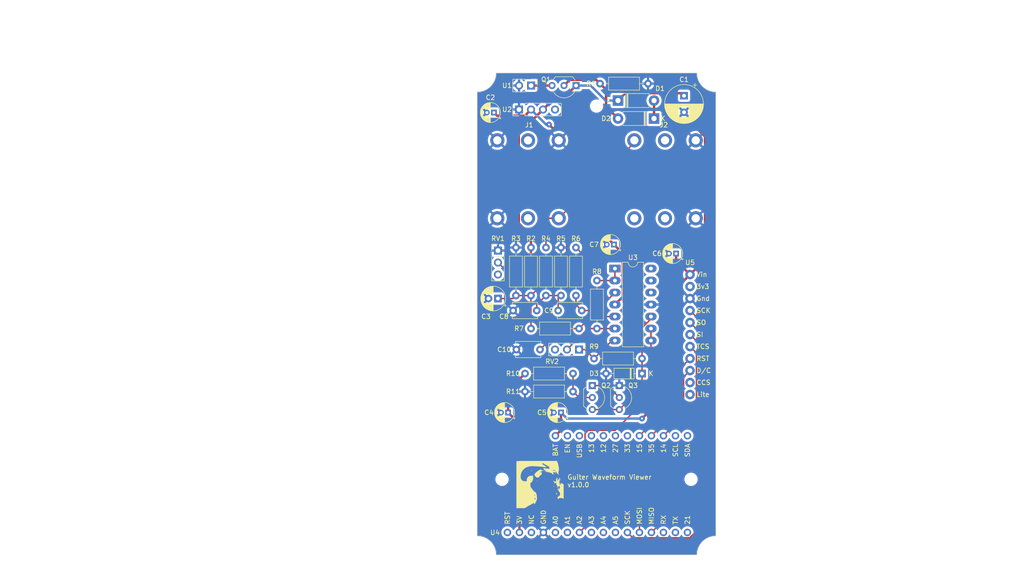
<source format=kicad_pcb>
(kicad_pcb (version 20221018) (generator pcbnew)
  (layers (0 "F.Cu" signal) (31 "B.Cu" power) (34 "B.Paste" user) (35 "F.Paste" user) (36 "B.SilkS" user "B.Silkscreen") (37 "F.SilkS" user "F.Silkscreen") (38 "B.Mask" user) (39 "F.Mask" user) (44 "Edge.Cuts" user))
  (net 0 "")
  (net 1 "+9V")
  (net 2 "GND")
  (net 3 "Vamp")
  (net 6 "Vgtr")
  (net 7 "Net-(D3-K)")
  (net 8 "Net-(D1-A)")
  (net 9 "+3.3V")
  (net 10 "Net-(D2-A)")
  (net 11 "Vadc")
  (net 14 "Net-(Q1-D)")
  (net 15 "Net-(Q2-E)")
  (net 16 "Net-(Q2-B)")
  (net 24 "SCK")
  (net 25 "MOSI")
  (net 26 "MISO")
  (net 32 "Net-(U4-14)")
  (net 33 "Net-(U4-32)")
  (net 34 "Net-(U4-15)")
  (net 45 "+5V")
  (net 46 "Vref")
  (net 47 "Net-(C8-Pad2)")
  (net 48 "Vbuf")
  (net 51 "Net-(U3A-+)")
  (net 52 "Net-(U3B-+)")
  (net 53 "Net-(U3B--)")
  (footprint "Capacitor_THT:CP_Radial_D4.0mm_P1.50mm" (layer "F.Cu") (at 165.735 102.87 180)
    (fp_text reference "C5" (at 4.04 0) (layer "F.SilkS") (effects (font (thickness 0.16))))
    (fp_text value "10u")
    (pad "1" thru_hole rect (at 0 0 180) (size 1.2 1.2) (drill 0.6) (layers "*.Cu" "*.Mask") (net 45 "+5V"))
    (pad "2" thru_hole circle (at 1.5 0 180) (size 1.2 1.2) (drill 0.6) (layers "*.Cu" "*.Mask") (net 2 "GND"))
  )
  (footprint "Package_DIP:DIP-14_W7.62mm_LongPads" (layer "F.Cu") (at 177.15 72.39)
    (fp_text reference "U3" (at 3.81 -2.33) (layer "F.SilkS") (effects (font (thickness 0.16))))
    (fp_text value "LM324")
    (pad "1" thru_hole rect (at 0 0) (size 2.4 1.6) (drill 0.8) (layers "*.Cu" "*.Mask") (net 48 "Vbuf"))
    (pad "2" thru_hole oval (at 0 2.54) (size 2.4 1.6) (drill 0.8) (layers "*.Cu" "*.Mask") (net 48 "Vbuf"))
    (pad "3" thru_hole oval (at 0 5.08) (size 2.4 1.6) (drill 0.8) (layers "*.Cu" "*.Mask") (net 51 "Net-(U3A-+)"))
    (pad "4" thru_hole oval (at 0 7.62) (size 2.4 1.6) (drill 0.8) (layers "*.Cu" "*.Mask") (net 1 "+9V"))
    (pad "5" thru_hole oval (at 0 10.16) (size 2.4 1.6) (drill 0.8) (layers "*.Cu" "*.Mask") (net 52 "Net-(U3B-+)"))
    (pad "6" thru_hole oval (at 0 12.7) (size 2.4 1.6) (drill 0.8) (layers "*.Cu" "*.Mask") (net 53 "Net-(U3B--)"))
    (pad "7" thru_hole oval (at 0 15.24) (size 2.4 1.6) (drill 0.8) (layers "*.Cu" "*.Mask") (net 3 "Vamp"))
    (pad "8" thru_hole oval (at 7.62 15.24) (size 2.4 1.6) (drill 0.8) (layers "*.Cu" "*.Mask") (net 11 "Vadc"))
    (pad "9" thru_hole oval (at 7.62 12.7) (size 2.4 1.6) (drill 0.8) (layers "*.Cu" "*.Mask") (net 11 "Vadc"))
    (pad "10" thru_hole oval (at 7.62 10.16) (size 2.4 1.6) (drill 0.8) (layers "*.Cu" "*.Mask") (net 7 "Net-(D3-K)"))
    (pad "11" thru_hole oval (at 7.62 7.62) (size 2.4 1.6) (drill 0.8) (layers "*.Cu" "*.Mask") (net 2 "GND"))
    (pad "12" thru_hole oval (at 7.62 5.08) (size 2.4 1.6) (drill 0.8) (layers "*.Cu" "*.Mask"))
    (pad "13" thru_hole oval (at 7.62 2.54) (size 2.4 1.6) (drill 0.8) (layers "*.Cu" "*.Mask"))
    (pad "14" thru_hole oval (at 7.62 0) (size 2.4 1.6) (drill 0.8) (layers "*.Cu" "*.Mask"))
  )
  (footprint "Capacitor_THT:C_Disc_D5.1mm_W3.2mm_P5.00mm" (layer "F.Cu") (at 155.6 81.28)
    (fp_text reference "C8" (at -1.945 1.27 180) (layer "F.SilkS") (effects (font (thickness 0.16))))
    (fp_text value "220p")
    (pad "1" thru_hole circle (at 0 0) (size 1.6 1.6) (drill 0.8) (layers "*.Cu" "*.Mask") (net 2 "GND"))
    (pad "2" thru_hole circle (at 5 0) (size 1.6 1.6) (drill 0.8) (layers "*.Cu" "*.Mask") (net 47 "Net-(C8-Pad2)"))
  )
  (footprint "MountingHole:MountingHole_2.2mm_M2" (layer "F.Cu") (at 173.25 38)
    (fp_text reference "H1" hide)
    (fp_text value "MountingHole" hide)
    (pad "" np_thru_hole circle (at 0 0) (size 2.2 2.2) (drill 2.2) (layers "*.Cu" "*.Mask"))
  )
  (footprint "Resistor_THT:R_Axial_DIN0207_L6.3mm_D2.5mm_P10.16mm_Horizontal" (layer "F.Cu") (at 173.34 85.09 90)
    (fp_text reference "R8" (at 12.065 0 180) (layer "F.SilkS") (effects (font (thickness 0.16))))
    (fp_text value "1k")
    (pad "1" thru_hole circle (at 0 0 90) (size 1.6 1.6) (drill 0.8) (layers "*.Cu" "*.Mask") (net 53 "Net-(U3B--)"))
    (pad "2" thru_hole oval (at 10.16 0 90) (size 1.6 1.6) (drill 0.8) (layers "*.Cu" "*.Mask") (net 48 "Vbuf"))
  )
  (footprint "Resistor_THT:R_Axial_DIN0207_L6.3mm_D2.5mm_P10.16mm_Horizontal" (layer "F.Cu") (at 158.115 94.615)
    (fp_text reference "R10" (at -2.54 0) (layer "F.SilkS") (effects (font (thickness 0.16))))
    (fp_text value "1k")
    (pad "1" thru_hole circle (at 0 0) (size 1.6 1.6) (drill 0.8) (layers "*.Cu" "*.Mask") (net 9 "+3.3V"))
    (pad "2" thru_hole oval (at 10.16 0) (size 1.6 1.6) (drill 0.8) (layers "*.Cu" "*.Mask") (net 16 "Net-(Q2-B)"))
  )
  (footprint "Diode_THT:D_DO-41_SOD81_P7.62mm_Horizontal" (layer "F.Cu") (at 177.8 36.83)
    (fp_text reference "D1" (at 8.89 -2.54) (layer "F.SilkS") (effects (font (thickness 0.16))))
    (fp_text value "1N4733" hide)
    (fp_text user "K" (at -1.905 0) (layer "F.SilkS") (effects (font (thickness 0.16))))
    (pad "1" thru_hole rect (at 0 0) (size 2.2 2.2) (drill 1.1) (layers "*.Cu" "*.Mask") (net 1 "+9V"))
    (pad "2" thru_hole oval (at 7.62 0) (size 2.2 2.2) (drill 1.1) (layers "*.Cu" "*.Mask") (net 8 "Net-(D1-A)"))
  )
  (footprint "Hunters Custom Footprint Library:My Guitar Jack" (layer "F.Cu") (at 181.25 45.25)
    (fp_text reference "J2" (at 6.25 -3.25 unlocked) (layer "F.SilkS") (effects (font (thickness 0.16))))
    (fp_text value "NMJ6HFD2")
    (pad "R" thru_hole circle (at 6.5 0) (size 3 3) (drill 1.75) (layers "*.Cu" "*.Mask"))
    (pad "RN" thru_hole circle (at 6.5 16.5) (size 3 3) (drill 1.75) (layers "*.Cu" "*.Mask"))
    (pad "S" thru_hole circle (at 13 0) (size 3 3) (drill 1.75) (layers "*.Cu" "*.Mask") (net 2 "GND"))
    (pad "SN" thru_hole circle (at 13 16.5) (size 3 3) (drill 1.75) (layers "*.Cu" "*.Mask") (net 2 "GND"))
    (pad "T" thru_hole circle (at 0 0) (size 3 3) (drill 1.75) (layers "*.Cu" "*.Mask") (net 6 "Vgtr"))
    (pad "TN" thru_hole circle (at 0 16.5) (size 3 3) (drill 1.75) (layers "*.Cu" "*.Mask"))
  )
  (footprint "Capacitor_THT:CP_Radial_D4.0mm_P1.50mm" (layer "F.Cu") (at 154.535 102.87 180)
    (fp_text reference "C4" (at 4.04 0) (layer "F.SilkS") (effects (font (thickness 0.16))))
    (fp_text value "10u")
    (pad "1" thru_hole rect (at 0 0 180) (size 1.2 1.2) (drill 0.6) (layers "*.Cu" "*.Mask") (net 9 "+3.3V"))
    (pad "2" thru_hole circle (at 1.5 0 180) (size 1.2 1.2) (drill 0.6) (layers "*.Cu" "*.Mask") (net 2 "GND"))
  )
  (footprint "Capacitor_THT:CP_Radial_D4.0mm_P1.50mm" (layer "F.Cu") (at 151.535 39.37 180)
    (fp_text reference "C2" (at 0.75 3.175) (layer "F.SilkS") (effects (font (thickness 0.16))))
    (fp_text value "10u")
    (pad "1" thru_hole rect (at 0 0 180) (size 1.2 1.2) (drill 0.6) (layers "*.Cu" "*.Mask") (net 45 "+5V"))
    (pad "2" thru_hole circle (at 1.5 0 180) (size 1.2 1.2) (drill 0.6) (layers "*.Cu" "*.Mask") (net 2 "GND"))
  )
  (footprint "Diode_THT:D_DO-41_SOD81_P7.62mm_Horizontal" (layer "F.Cu") (at 185.42 40.64 180)
    (fp_text reference "D2" (at 10.16 0) (layer "F.SilkS") (effects (font (thickness 0.16))))
    (fp_text value "1N4733" hide)
    (fp_text user "K" (at -1.905 0) (layer "F.SilkS") (effects (font (thickness 0.16))))
    (pad "1" thru_hole rect (at 0 0 180) (size 2.2 2.2) (drill 1.1) (layers "*.Cu" "*.Mask") (net 8 "Net-(D1-A)"))
    (pad "2" thru_hole oval (at 7.62 0 180) (size 2.2 2.2) (drill 1.1) (layers "*.Cu" "*.Mask") (net 10 "Net-(D2-A)"))
  )
  (footprint "Resistor_THT:R_Axial_DIN0207_L6.3mm_D2.5mm_P10.16mm_Horizontal" (layer "F.Cu") (at 165.72 78.105 90)
    (fp_text reference "R5" (at 12.065 0 180) (layer "F.SilkS") (effects (font (thickness 0.16))))
    (fp_text value "1M")
    (pad "1" thru_hole circle (at 0 0 90) (size 1.6 1.6) (drill 0.8) (layers "*.Cu" "*.Mask") (net 47 "Net-(C8-Pad2)"))
    (pad "2" thru_hole oval (at 10.16 0 90) (size 1.6 1.6) (drill 0.8) (layers "*.Cu" "*.Mask") (net 2 "GND"))
  )
  (footprint "Resistor_THT:R_Axial_DIN0207_L6.3mm_D2.5mm_P10.16mm_Horizontal" (layer "F.Cu") (at 173.99 33.25)
    (fp_text reference "R1" (at -1.905 0) (layer "F.SilkS") (effects (font (thickness 0.16))))
    (fp_text value "100k")
    (pad "1" thru_hole circle (at 0 0) (size 1.6 1.6) (drill 0.8) (layers "*.Cu" "*.Mask") (net 10 "Net-(D2-A)"))
    (pad "2" thru_hole oval (at 10.16 0) (size 1.6 1.6) (drill 0.8) (layers "*.Cu" "*.Mask") (net 2 "GND"))
  )
  (footprint "Resistor_THT:R_Axial_DIN0207_L6.3mm_D2.5mm_P10.16mm_Horizontal" (layer "F.Cu") (at 169.545 85.09 180)
    (fp_text reference "R7" (at 12.7 0) (layer "F.SilkS") (effects (font (thickness 0.16))))
    (fp_text value "1M")
    (pad "1" thru_hole circle (at 0 0 180) (size 1.6 1.6) (drill 0.8) (layers "*.Cu" "*.Mask") (net 52 "Net-(U3B-+)"))
    (pad "2" thru_hole oval (at 10.16 0 180) (size 1.6 1.6) (drill 0.8) (layers "*.Cu" "*.Mask") (net 46 "Vref"))
  )
  (footprint "Resistor_THT:R_Axial_DIN0207_L6.3mm_D2.5mm_P10.16mm_Horizontal" (layer "F.Cu") (at 168.895 67.945 -90)
    (fp_text reference "R6" (at -1.905 0 180) (layer "F.SilkS") (effects (font (thickness 0.16))))
    (fp_text value "1M")
    (pad "1" thru_hole circle (at 0 0 270) (size 1.6 1.6) (drill 0.8) (layers "*.Cu" "*.Mask") (net 46 "Vref"))
    (pad "2" thru_hole oval (at 10.16 0 270) (size 1.6 1.6) (drill 0.8) (layers "*.Cu" "*.Mask") (net 51 "Net-(U3A-+)"))
  )
  (footprint "Package_TO_SOT_THT:TO-92_Inline_Wide" (layer "F.Cu") (at 168.91 33.655 180)
    (fp_text reference "Q1" (at 6.35 1.27) (layer "F.SilkS") (effects (font (thickness 0.16))))
    (fp_text value "TP0604" hide)
    (pad "1" thru_hole rect (at 0 0 180) (size 1.5 1.5) (drill 0.8) (layers "*.Cu" "*.Mask") (net 1 "+9V"))
    (pad "2" thru_hole circle (at 2.54 0 180) (size 1.5 1.5) (drill 0.8) (layers "*.Cu" "*.Mask") (net 10 "Net-(D2-A)"))
    (pad "3" thru_hole circle (at 5.08 0 180) (size 1.5 1.5) (drill 0.8) (layers "*.Cu" "*.Mask") (net 14 "Net-(Q1-D)"))
  )
  (footprint "Capacitor_THT:CP_Radial_D8.0mm_P3.50mm" (layer "F.Cu") (at 191.77 35.812349 -90)
    (fp_text reference "C1" (at -3.427349 0) (layer "F.SilkS") (effects (font (thickness 0.16))))
    (fp_text value "470u")
    (pad "1" thru_hole rect (at 0 0 270) (size 1.6 1.6) (drill 0.8) (layers "*.Cu" "*.Mask") (net 1 "+9V"))
    (pad "2" thru_hole circle (at 3.5 0 270) (size 1.6 1.6) (drill 0.8) (layers "*.Cu" "*.Mask") (net 2 "GND"))
  )
  (footprint "Resistor_THT:R_Axial_DIN0207_L6.3mm_D2.5mm_P10.16mm_Horizontal" (layer "F.Cu") (at 162.545 78.105 90)
    (fp_text reference "R4" (at 12.065 0 180) (layer "F.SilkS") (effects (font (thickness 0.16))))
    (fp_text value "100R")
    (pad "1" thru_hole circle (at 0 0 90) (size 1.6 1.6) (drill 0.8) (layers "*.Cu" "*.Mask") (net 47 "Net-(C8-Pad2)"))
    (pad "2" thru_hole oval (at 10.16 0 90) (size 1.6 1.6) (drill 0.8) (layers "*.Cu" "*.Mask") (net 6 "Vgtr"))
  )
  (footprint "Hunters Custom Footprint Library:Adafruit_1.44_ST7735" (layer "F.Cu") (at 193.04 73.66)
    (fp_text reference "U5" (at 0 -2.54 unlocked) (layer "F.SilkS") (effects (font (thickness 0.16))))
    (fp_text value "Adafruit 1.44\" ST7735" hide)
    (fp_text user "SCK" (at 1.27 7.62 unlocked) (layer "F.SilkS") (effects (font (thickness 0.16)) (justify left)))
    (fp_text user "CCS" (at 1.27 22.86 unlocked) (layer "F.SilkS") (effects (font (thickness 0.16)) (justify left)))
    (fp_text user "Gnd" (at 1.27 5.08 unlocked) (layer "F.SilkS") (effects (font (thickness 0.16)) (justify left)))
    (fp_text user "3v3" (at 1.27 2.54 unlocked) (layer "F.SilkS") (effects (font (thickness 0.16)) (justify left)))
    (fp_text user "D/C" (at 1.27 20.32 unlocked) (layer "F.SilkS") (effects (font (thickness 0.16)) (justify left)))
    (fp_text user "TCS" (at 1.27 15.24 unlocked) (layer "F.SilkS") (effects (font (thickness 0.16)) (justify left)))
    (fp_text user "SI" (at 1.27 12.7 unlocked) (layer "F.SilkS") (effects (font (thickness 0.16)) (justify left)))
    (fp_text user "Vin" (at 1.27 0 unlocked) (layer "F.SilkS") (effects (font (thickness 0.16)) (justify left)))
    (fp_text user "RST" (at 1.27 17.78 unlocked) (layer "F.SilkS") (effects (font (thickness 0.16)) (justify left)))
    (fp_text user "SO" (at 1.27 10.16 unlocked) (layer "F.SilkS") (effects (font (thickness 0.16)) (justify left)))
    (fp_text user "Lite" (at 1.27 25.4 unlocked) (layer "F.SilkS") (effects (font (thickness 0.16)) (justify left)))
    (pad "1" thru_hole circle (at 0 0) (size 2 2) (drill 1) (layers "*.Cu" "*.Mask") (net 45 "+5V"))
    (pad "2" thru_hole circle (at 0 2.54) (size 2 2) (drill 1) (layers "*.Cu" "*.Mask"))
    (pad "3" thru_hole circle (at 0 5.08) (size 2 2) (drill 1) (layers "*.Cu" "*.Mask") (net 2 "GND"))
    (pad "4" thru_hole circle (at 0 7.62) (size 2 2) (drill 1) (layers "*.Cu" "*.Mask") (net 24 "SCK"))
    (pad "5" thru_hole circle (at 0 10.16) (size 2 2) (drill 1) (layers "*.Cu" "*.Mask") (net 26 "MISO"))
    (pad "6" thru_hole circle (at 0 12.7) (size 2 2) (drill 1) (layers "*.Cu" "*.Mask") (net 25 "MOSI"))
    (pad "7" thru_hole circle (at 0 15.24) (size 2 2) (drill 1) (layers "*.Cu" "*.Mask") (net 32 "Net-(U4-14)"))
    (pad "8" thru_hole circle (at 0 17.78) (size 2 2) (drill 1) (layers "*.Cu" "*.Mask") (net 34 "Net-(U4-15)"))
    (pad "9" thru_hole circle (at 0 20.32) (size 2 2) (drill 1) (layers "*.Cu" "*.Mask") (net 33 "Net-(U4-32)"))
    (pad "10" thru_hole circle (at 0 22.86) (size 2 2) (drill 1) (layers "*.Cu" "*.Mask"))
    (pad "11" thru_hole circle (at 0 25.4) (size 2 2) (drill 1) (layers "*.Cu" "*.Mask"))
  )
  (footprint "Capacitor_THT:CP_Radial_D5.0mm_P2.00mm" (layer "F.Cu") (at 152.385 78.74 180)
    (fp_text reference "C3" (at 2.525 -3.81) (layer "F.SilkS") (effects (font (thickness 0.16))))
    (fp_text value "47u")
    (pad "1" thru_hole rect (at 0 0 180) (size 1.6 1.6) (drill 0.8) (layers "*.Cu" "*.Mask") (net 46 "Vref"))
    (pad "2" thru_hole circle (at 2 0 180) (size 1.6 1.6) (drill 0.8) (layers "*.Cu" "*.Mask") (net 2 "GND"))
  )
  (footprint "MountingHole:MountingHole_2.2mm_M2" (layer "F.Cu") (at 193.25 117)
    (fp_text reference "H3" hide)
    (fp_text value "MountingHole" hide)
    (pad "" np_thru_hole circle (at 0 0) (size 2.2 2.2) (drill 2.2) (layers "*.Cu" "*.Mask"))
  )
  (footprint "Connector_PinHeader_2.54mm:PinHeader_1x03_P2.54mm_Vertical" (layer "F.Cu") (at 169.545 89.535 -90)
    (fp_text reference "RV2" (at 2.54 5.7 180) (layer "F.SilkS") (effects (font (thickness 0.16))))
    (fp_text value "10k")
    (pad "1" thru_hole rect (at 0 0 270) (size 1.7 1.7) (drill 1) (layers "*.Cu" "*.Mask") (net 3 "Vamp"))
    (pad "2" thru_hole oval (at 0 2.54 270) (size 1.7 1.7) (drill 1) (layers "*.Cu" "*.Mask") (net 53 "Net-(U3B--)"))
    (pad "3" thru_hole oval (at 0 5.08 270) (size 1.7 1.7) (drill 1) (layers "*.Cu" "*.Mask"))
  )
  (footprint "Package_TO_SOT_THT:TO-92_Inline_Wide" (layer "F.Cu") (at 172.36 97.155 -90)
    (fp_text reference "Q2" (at 0 -2.9 180) (layer "F.SilkS") (effects (font (thickness 0.16))))
    (fp_text value "2N3906")
    (pad "1" thru_hole rect (at 0 0 270) (size 1.5 1.5) (drill 0.8) (layers "*.Cu" "*.Mask") (net 15 "Net-(Q2-E)"))
    (pad "2" thru_hole circle (at 2.54 0 270) (size 1.5 1.5) (drill 0.8) (layers "*.Cu" "*.Mask") (net 16 "Net-(Q2-B)"))
    (pad "3" thru_hole circle (at 5.08 0 270) (size 1.5 1.5) (drill 0.8) (layers "*.Cu" "*.Mask") (net 7 "Net-(D3-K)"))
  )
  (footprint "Connector_PinHeader_2.54mm:PinHeader_1x04_P2.54mm_Vertical" (layer "F.Cu") (at 156.845 38.735 90)
    (fp_text reference "U2" (at 0 -2.54 180) (layer "F.SilkS") (effects (font (thickness 0.16))))
    (fp_text value "MPM3610" hide)
    (pad "1" thru_hole rect (at 0 0 90) (size 1.7 1.7) (drill 1) (layers "*.Cu" "*.Mask") (net 2 "GND"))
    (pad "2" thru_hole oval (at 0 2.54 90) (size 1.7 1.7) (drill 1) (layers "*.Cu" "*.Mask") (net 45 "+5V"))
    (pad "3" thru_hole oval (at 0 5.08 90) (size 1.7 1.7) (drill 1) (layers "*.Cu" "*.Mask") (net 1 "+9V"))
    (pad "4" thru_hole oval (at 0 7.62 90) (size 1.7 1.7) (drill 1) (layers "*.Cu" "*.Mask"))
  )
  (footprint "Resistor_THT:R_Axial_DIN0207_L6.3mm_D2.5mm_P10.16mm_Horizontal" (layer "F.Cu") (at 159.37 67.945 -90)
    (fp_text reference "R2" (at -1.905 0 180) (layer "F.SilkS") (effects (font (thickness 0.16))))
    (fp_text value "1k")
    (pad "1" thru_hole circle (at 0 0 270) (size 1.6 1.6) (drill 0.8) (layers "*.Cu" "*.Mask") (net 1 "+9V"))
    (pad "2" thru_hole oval (at 10.16 0 270) (size 1.6 1.6) (drill 0.8) (layers "*.Cu" "*.Mask") (net 46 "Vref"))
  )
  (footprint "Connector_PinHeader_2.54mm:PinHeader_1x02_P2.54mm_Vertical" (layer "F.Cu") (at 159.39 33.655 -90)
    (fp_text reference "U1" (at 0 5.08 180) (layer "F.SilkS") (effects (font (thickness 0.16))))
    (fp_text value "9V Jack" hide)
    (pad "1" thru_hole rect (at 0 0 270) (size 1.7 1.7) (drill 1) (layers "*.Cu" "*.Mask") (net 14 "Net-(Q1-D)"))
    (pad "2" thru_hole oval (at 0 2.54 270) (size 1.7 1.7) (drill 1) (layers "*.Cu" "*.Mask") (net 2 "GND"))
  )
  (footprint "Package_TO_SOT_THT:TO-92_Inline_Wide" (layer "F.Cu") (at 178.075 97.155 -90)
    (fp_text reference "Q3" (at 0 -2.9 180) (layer "F.SilkS") (effects (font (thickness 0.16))))
    (fp_text value "2N3904")
    (pad "1" thru_hole rect (at 0 0 270) (size 1.5 1.5) (drill 0.8) (layers "*.Cu" "*.Mask") (net 2 "GND"))
    (pad "2" thru_hole circle (at 2.54 0 270) (size 1.5 1.5) (drill 0.8) (layers "*.Cu" "*.Mask") (net 15 "Net-(Q2-E)"))
    (pad "3" thru_hole circle (at 5.08 0 270) (size 1.5 1.5) (drill 0.8) (layers "*.Cu" "*.Mask") (net 7 "Net-(D3-K)"))
  )
  (footprint "Diode_THT:D_DO-35_SOD27_P7.62mm_Horizontal" (layer "F.Cu") (at 182.88 94.615 180)
    (fp_text reference "D3" (at 10.16 0) (layer "F.SilkS") (effects (font (thickness 0.16))))
    (fp_text value "1N4148" hide)
    (fp_text user "K" (at -1.905 0) (layer "F.SilkS") (effects (font (thickness 0.16))))
    (pad "1" thru_hole rect (at 0 0 180) (size 1.6 1.6) (drill 0.8) (layers "*.Cu" "*.Mask") (net 7 "Net-(D3-K)"))
    (pad "2" thru_hole oval (at 7.62 0 180) (size 1.6 1.6) (drill 0.8) (layers "*.Cu" "*.Mask") (net 2 "GND"))
  )
  (footprint "Capacitor_THT:CP_Radial_D4.0mm_P1.50mm" (layer "F.Cu") (at 190.095 69.215 180)
    (fp_text reference "C6" (at 4.04 0 180) (layer "F.SilkS") (effects (font (thickness 0.16))))
    (fp_text value "10u")
    (pad "1" thru_hole rect (at 0 0 180) (size 1.2 1.2) (drill 0.6) (layers "*.Cu" "*.Mask") (net 45 "+5V"))
    (pad "2" thru_hole circle (at 1.5 0 180) (size 1.2 1.2) (drill 0.6) (layers "*.Cu" "*.Mask") (net 2 "GND"))
  )
  (footprint "Capacitor_THT:CP_Radial_D4.0mm_P1.50mm" (layer "F.Cu") (at 176.935 67.31 180)
    (fp_text reference "C7" (at 4.215 0) (layer "F.SilkS") (effects (font (thickness 0.16))))
    (fp_text value "10u")
    (pad "1" thru_hole rect (at 0 0 180) (size 1.2 1.2) (drill 0.6) (layers "*.Cu" "*.Mask") (net 1 "+9V"))
    (pad "2" thru_hole circle (at 1.5 0 180) (size 1.2 1.2) (drill 0.6) (layers "*.Cu" "*.Mask") (net 2 "GND"))
  )
  (footprint "MountingHole:MountingHole_2.2mm_M2" (layer "F.Cu") (at 153.25 117)
    (fp_text reference "H2" hide)
    (fp_text value "MountingHole" hide)
    (pad "" np_thru_hole circle (at 0 0) (size 2.2 2.2) (drill 2.2) (layers "*.Cu" "*.Mask"))
  )
  (footprint "Hunters Custom Footprint Library:Hunter Logo" (layer "F.Cu") (at 161.29 118.11)
    (fp_text reference "G***" hide)
    (fp_text value "LOGO" hide)
  )
  (footprint "Hunters Custom Footprint Library:Adafruit_Huzzah32" (layer "F.Cu") (at 148.055 129.44)
    (fp_text reference "U4" (at 3.71 -1.17 unlocked) (layer "F.SilkS") (effects (font (thickness 0.16))))
    (fp_text value "Huzzah32")
    (fp_text user "21" (at 44.45 -2.794 90 unlocked) (layer "F.SilkS") (effects (font (thickness 0.16)) (justify left)))
    (fp_text user "TX" (at 41.91 -2.794 90 unlocked) (layer "F.SilkS") (effects (font (thickness 0.16)) (justify left)))
    (fp_text user "A4" (at 26.67 -2.794 90 unlocked) (layer "F.SilkS") (effects (font (thickness 0.16)) (justify left)))
    (fp_text user "GND" (at 13.97 -2.794 90 unlocked) (layer "F.SilkS") (effects (font (thickness 0.16)) (justify left)))
    (fp_text user "13" (at 24.13 -20.066 90 unlocked) (layer "F.SilkS") (effects (font (thickness 0.16)) (justify right)))
    (fp_text user "USB" (at 21.59 -20.066 90 unlocked) (layer "F.SilkS") (effects (font (thickness 0.16)) (justify right)))
    (fp_text user "12" (at 26.67 -20.066 90 unlocked) (layer "F.SilkS") (effects (font (thickness 0.16)) (justify right)))
    (fp_text user "3V" (at 8.89 -2.794 90 unlocked) (layer "F.SilkS") (effects (font (thickness 0.16)) (justify left)))
    (fp_text user "A0" (at 16.51 -2.794 90 unlocked) (layer "F.SilkS") (effects (font (thickness 0.16)) (justify left)))
    (fp_text user "A3" (at 24.13 -2.794 90 unlocked) (layer "F.SilkS") (effects (font (thickness 0.16)) (justify left)))
    (fp_text user "SCK" (at 31.75 -2.794 90 unlocked) (layer "F.SilkS") (effects (font (thickness 0.16)) (justify left)))
    (fp_text user "NC" (at 11.43 -2.794 90 unlocked) (layer "F.SilkS") (effects (font (thickness 0.16)) (justify left)))
    (fp_text user "RX" (at 39.37 -2.794 90 unlocked) (layer "F.SilkS") (effects (font (thickness 0.16)) (justify left)))
    (fp_text user "MOSI" (at 34.29 -2.794 90 unlocked) (layer "F.SilkS") (effects (font (thickness 0.16)) (justify left)))
    (fp_text user "A5" (at 29.21 -2.794 90 unlocked) (layer "F.SilkS") (effects (font (thickness 0.16)) (justify left)))
    (fp_text user "15" (at 34.29 -20.066 90 unlocked) (layer "F.SilkS") (effects (font (thickness 0.16)) (justify right)))
    (fp_text user "A1" (at 19.05 -2.794 90 unlocked) (layer "F.SilkS") (effects (font (thickness 0.16)) (justify left)))
    (fp_text user "BAT" (at 16.51 -20.066 90 unlocked) (layer "F.SilkS") (effects (font (thickness 0.16)) (justify right)))
    (fp_text user "RST" (at 6.35 -2.794 90 unlocked) (layer "F.SilkS") (effects (font (thickness 0.16)) (justify left)))
    (fp_text user "A2" (at 21.59 -2.794 90 unlocked) (layer "F.SilkS") (effects (font (thickness 0.16)) (justify left)))
    (fp_text user "MISO" (at 36.83 -2.794 90 unlocked) (layer "F.SilkS") (effects (font (thickness 0.16)) (justify left)))
    (fp_text user "SDA" (at 44.45 -20.066 90 unlocked) (layer "F.SilkS") (effects (font (thickness 0.16)) (justify right)))
    (fp_text user "14" (at 39.37 -20.066 90 unlocked) (layer "F.SilkS") (effects (font (thickness 0.16)) (justify right)))
    (fp_text user "EN" (at 19.05 -20.066 90 unlocked) (layer "F.SilkS") (effects (font (thickness 0.16)) (justify right)))
    (fp_text user "SCL" (at 41.91 -20.066 90 unlocked) (layer "F.SilkS") (effects (font (thickness 0.16)) (justify right)))
    (fp_text user "27" (at 29.21 -20.066 90 unlocked) (layer "F.SilkS") (effects (font (thickness 0.16)) (justify right)))
    (fp_text user "35" (at 36.83 -20.066 90 unlocked) (layer "F.SilkS") (effects (font (thickness 0.16)) (justify right)))
    (fp_text user "33" (at 31.75 -20.066 90 unlocked) (layer "F.SilkS") (effects (font (thickness 0.16)) (justify right)))
    (pad "1" thru_hole circle (at 6.337 -1.194) (size 1.57 1.57) (drill 0.9) (layers "*.Cu" "*.Mask"))
    (pad "2" thru_hole circle (at 8.877 -1.194) (size 1.57 1.57) (drill 0.9) (layers "*.Cu" "*.Mask") (net 9 "+3.3V"))
    (pad "3" thru_hole circle (at 11.417 -1.194) (size 1.57 1.57) (drill 0.9) (layers "*.Cu" "*.Mask"))
    (pad "4" thru_hole circle (at 13.957 -1.194) (size 1.57 1.57) (drill 0.9) (layers "*.Cu" "*.Mask") (net 2 "GND"))
    (pad "5" thru_hole circle (at 16.497 -1.194) (size 1.57 1.57) (drill 0.9) (layers "*.Cu" "*.Mask"))
    (pad "6" thru_hole circle (at 19.037 -1.194) (size 1.57 1.57) (drill 0.9) (layers "*.Cu" "*.Mask"))
    (pad "7" thru_hole circle (at 21.577 -1.194) (size 1.57 1.57) (drill 0.9) (layers "*.Cu" "*.Mask" "Eco2.User") (net 11 "Vadc"))
    (pad "8" thru_hole circle (at 24.117 -1.194) (size 1.57 1.57) (drill 0.9) (layers "*.Cu" "*.Mask"))
    (pad "9" thru_hole circle (at 26.657 -1.194) (size 1.57 1.57) (drill 0.9) (layers "*.Cu" "*.Mask"))
    (pad "10" thru_hole circle (at 29.197 -1.194) (size 1.57 1.57) (drill 0.9) (layers "*.Cu" "*.Mask"))
    (pad "11" thru_hole circle (at 31.737 -1.194) (size 1.57 1.57) (drill 0.9) (layers "*.Cu" "*.Mask") (net 24 "SCK"))
    (pad "12" thru_hole circle (at 34.277 -1.194) (size 1.57 1.57) (drill 0.9) (layers "*.Cu" "*.Mask") (net 25 "MOSI"))
    (pad "13" thru_hole circle (at 36.817 -1.194) (size 1.57 1.57) (drill 0.9) (layers "*.Cu" "*.Mask") (net 26 "MISO"))
    (pad "14" thru_hole circle (at 39.357 -1.194) (size 1.57 1.57) (drill 0.9) (layers "*.Cu" "*.Mask"))
    (pad "15" thru_hole circle (at 41.897 -1.194) (size 1.57 1.57) (drill 0.9) (layers "*.Cu" "*.Mask"))
    (pad "16" thru_hole circle (at 44.437 -1.194) (size 1.57 1.57) (drill 0.9) (layers "*.Cu" "*.Mask"))
    (pad "17" thru_hole circle (at 44.437 -21.666) (size 1.57 1.57) (drill 0.9) (layers "*.Cu" "*.Mask"))
    (pad "18" thru_hole circle (at 41.897 -21.666) (size 1.57 1.57) (drill 0.9) (layers "*.Cu" "*.Mask"))
    (pad "19" thru_hole circle (at 39.357 -21.666) (size 1.57 1.57) (drill 0.9) (layers "*.Cu" "*.Mask") (net 32 "Net-(U4-14)"))
    (pad "20" thru_hole circle (at 36.817 -21.666) (size 1.57 1.57) (drill 0.9) (layers "*.Cu" "*.Mask") (net 33 "Net-(U4-32)"))
    (pad "21" thru_hole circle (at 34.277 -21.666) (size 1.57 1.57) (drill 0.9) (layers "*.Cu" "*.Mask") (net 34 "Net-(U4-15)"))
    (pad "22" thru_hole circle (at 31.737 -21.666) (size 1.57 1.57) (drill 0.9) (layers "*.Cu" "*.Mask"))
    (pad "23" thru_hole circle (at 29.197 -21.666) (size 1.57 1.57) (drill 0.9) (layers "*.Cu" "*.Mask"))
    (pad "24" thru_hole circle (at 26.657 -21.666) (size 1.57 1.57) (drill 0.9) (layers "*.Cu" "*.Mask"))
    (pad "25" thru_hole circle (at 24.117 -21.666) (size 1.57 1.57) (drill 0.9) (layers "*.Cu" "*.Mask"))
    (pad "26" thru_hole circle (at 21.577 -21.666) (size 1.57 1.57) (drill 0.9) (layers "*.Cu" "*.Mask"))
    (pad "27" thru_hole circle (at 19.037 -21.666) (size 1.57 1.57) (drill 0.9) (layers "*.Cu" "*.Mask"))
    (pad "28" thru_hole circle (at 16.497 -21.666) (size 1.57 1.57) (drill 0.9) (layers "*.Cu" "*.Mask") (net 45 "+5V"))
  )
  (footprint "Capacitor_THT:C_Disc_D5.1mm_W3.2mm_P5.00mm" (layer "F.Cu") (at 161.29 89.535 180)
    (fp_text reference "C10" (at 7.58 0) (layer "F.SilkS") (effects (font (thickness 0.16))))
    (fp_text value "10n")
    (pad "1" thru_hole circle (at 0 0 180) (size 1.6 1.6) (drill 0.8) (layers "*.Cu" "*.Mask") (net 52 "Net-(U3B-+)"))
    (pad "2" thru_hole circle (at 5 0 180) (size 1.6 1.6) (drill 0.8) (layers "*.Cu" "*.Mask") (net 2 "GND"))
  )
  (footprint "Connector_PinHeader_2.54mm:PinHeader_1x03_P2.54mm_Vertical" (layer "F.Cu") (at 152.385 68.58)
    (fp_text reference "RV1" (at 0 -2.54) (layer "F.SilkS") (effects (font (thickness 0.16))))
    (fp_text value "1k")
    (pad "1" thru_hole rect (at 0 0) (size 1.7 1.7) (drill 1) (layers "*.Cu" "*.Mask") (net 2 "GND"))
    (pad "2" thru_hole oval (at 0 2.54) (size 1.7 1.7) (drill 1) (layers "*.Cu" "*.Mask") (net 46 "Vref"))
    (pad "3" thru_hole oval (at 0 5.08) (size 1.7 1.7) (drill 1) (layers "*.Cu" "*.Mask"))
  )
  (footprint "Resistor_THT:R_Axial_DIN0207_L6.3mm_D2.5mm_P10.16mm_Horizontal" (layer "F.Cu") (at 156.195 78.105 90)
    (fp_text reference "R3" (at 12.065 0 180) (layer "F.SilkS") (effects (font (thickness 0.16))))
    (fp_text value "1k")
    (pad "1" thru_hole circle (at 0 0 90) (size 1.6 1.6) (drill 0.8) (layers "*.Cu" "*.Mask") (net 46 "Vref"))
    (pad "2" thru_hole oval (at 10.16 0 90) (size 1.6 1.6) (drill 0.8) (layers "*.Cu" "*.Mask") (net 2 "GND"))
  )
  (footprint "Resistor_THT:R_Axial_DIN0207_L6.3mm_D2.5mm_P10.16mm_Horizontal" (layer "F.Cu") (at 168.275 98.425 180)
    (fp_text reference "R11" (at 12.7 0) (layer "F.SilkS") (effects (font (thickness 0.16))))
    (fp_text value "8.2k")
    (pad "1" thru_hole circle (at 0 0 180) (size 1.6 1.6) (drill 0.8) (layers "*.Cu" "*.Mask") (net 16 "Net-(Q2-B)"))
    (pad "2" thru_hole oval (at 10.16 0 180) (size 1.6 1.6) (drill 0.8) (layers "*.Cu" "*.Mask") (net 2 "GND"))
  )
  (footprint "Capacitor_THT:C_Disc_D5.1mm_W3.2mm_P5.00mm" (layer "F.Cu") (at 170.125 81.28 180)
    (fp_text reference "C9" (at 6.945 0 180) (layer "F.SilkS") (effects (font (thickness 0.16))))
    (fp_text value "10n")
    (pad "1" thru_hole circle (at 0 0 180) (size 1.6 1.6) (drill 0.8) (layers "*.Cu" "*.Mask") (net 51 "Net-(U3A-+)"))
    (pad "2" thru_hole circle (at 5 0 180) (size 1.6 1.6) (drill 0.8) (layers "*.Cu" "*.Mask") (net 47 "Net-(C8-Pad2)"))
  )
  (footprint "Resistor_THT:R_Axial_DIN0207_L6.3mm_D2.5mm_P10.16mm_Horizontal" (layer "F.Cu") (at 182.88 91.44 180)
    (fp_text reference "R9" (at 10.16 2.54) (layer "F.SilkS") (effects (font (thickness 0.16))))
    (fp_text value "100k")
    (pad "1" thru_hole circle (at 0 0 180) (size 1.6 1.6) (drill 0.8) (layers "*.Cu" "*.Mask") (net 7 "Net-(D3-K)"))
    (pad "2" thru_hole oval (at 10.16 0 180) (size 1.6 1.6) (drill 0.8) (layers "*.Cu" "*.Mask") (net 3 "Vamp"))
  )
  (footprint "Hunters Custom Footprint Library:My Guitar Jack" (layer "F.Cu") (at 165.25 61.75 180)
    (fp_text reference "J1" (at 6.25 19.75 unlocked) (layer "F.SilkS") (effects (font (thickness 0.16))))
    (fp_text value "NMJ6HFD2")
    (pad "R" thru_hole circle (at 6.5 0 180) (size 3 3) (drill 1.75) (layers "*.Cu" "*.Mask"))
    (pad "RN" thru_hole circle (at 6.5 16.5 180) (size 3 3) (drill 1.75) (layers "*.Cu" "*.Mask"))
    (pad "S" thru_hole circle (at 13 0 180) (size 3 3) (drill 1.75) (layers "*.Cu" "*.Mask") (net 2 "GND"))
    (pad "SN" thru_hole circle (at 13 16.5 180) (size 3 3) (drill 1.75) (layers "*.Cu" "*.Mask") (net 2 "GND"))
    (pad "T" thru_hole circle (at 0 0 180) (size 3 3) (drill 1.75) (layers "*.Cu" "*.Mask") (net 6 "Vgtr"))
    (pad "TN" thru_hole circle (at 0 16.5 180) (size 3 3) (drill 1.75) (layers "*.Cu" "*.Mask") (net 2 "GND"))
  )
  (gr_line (start 152 31) (end 194.5 31) (stroke (width 0.1)) (layer "Edge.Cuts"))
  (gr_arc (start 198.5 35) (mid 195.671573 33.828427) (end 194.5 31) (stroke (width 0.1)) (layer "Edge.Cuts"))
  (gr_line (start 194.5 133) (end 152 133) (stroke (width 0.1)) (layer "Edge.Cuts"))
  (gr_arc (start 152 31) (mid 150.828427 33.828427) (end 148 35) (stroke (width 0.1)) (layer "Edge.Cuts"))
  (gr_line (start 148 129) (end 148 35) (stroke (width 0.1)) (layer "Edge.Cuts"))
  (gr_arc (start 148 129) (mid 150.828427 130.171573) (end 152 133) (stroke (width 0.1)) (layer "Edge.Cuts"))
  (gr_line (start 198.5 35) (end 198.5 129) (stroke (width 0.1)) (layer "Edge.Cuts"))
  (gr_arc (start 194.5 133) (mid 195.671573 130.171573) (end 198.5 129) (stroke (width 0.1)) (layer "Edge.Cuts"))
  (gr_text "Guiter Waveform Viewer\nv1.0.0" (at 167.005 118.745) (layer "F.SilkS") (effects (font (size 1 1) (thickness 0.16)) (justify left bottom)))
  (segment (start 156.8 62.82) (end 159.37 65.39) (width 0.5) (layer "F.Cu") (net 1))
  (segment (start 177.15 80.01) (end 178.8 78.36) (width 0.5) (layer "F.Cu") (net 1))
  (segment (start 168.91 33.655) (end 166.436522 36.128478) (width 0.5) (layer "F.Cu") (net 1))
  (segment (start 160.02 72.39) (end 163.83 72.39) (width 0.5) (layer "F.Cu") (net 1))
  (segment (start 167.005 66.04) (end 168.275 64.77) (width 0.5) (layer "F.Cu") (net 1))
  (segment (start 156.8 43.86) (end 156.8 62.82) (width 0.5) (layer "F.Cu") (net 1))
  (segment (start 177.8 36.83) (end 179.35 35.28) (width 0.5) (layer "F.Cu") (net 1))
  (segment (start 191.237651 35.28) (end 191.77 35.812349) (width 0.5) (layer "F.Cu") (net 1))
  (segment (start 178.8 78.36) (end 178.8 69.175) (width 0.5) (layer "F.Cu") (net 1))
  (segment (start 167.005 69.215) (end 167.005 66.04) (width 0.5) (layer "F.Cu") (net 1))
  (segment (start 161.925 38.735) (end 156.8 43.86) (width 0.5) (layer "F.Cu") (net 1))
  (segment (start 166.436522 36.128478) (end 164.531522 36.128478) (width 0.5) (layer "F.Cu") (net 1))
  (segment (start 163.83 72.39) (end 167.005 69.215) (width 0.5) (layer "F.Cu") (net 1))
  (segment (start 178.8 69.175) (end 176.935 67.31) (width 0.5) (layer "F.Cu") (net 1))
  (segment (start 179.35 35.28) (end 191.237651 35.28) (width 0.5) (layer "F.Cu") (net 1))
  (segment (start 159.37 65.39) (end 159.37 67.945) (width 0.5) (layer "F.Cu") (net 1))
  (segment (start 159.37 67.945) (end 159.37 71.74) (width 0.5) (layer "F.Cu") (net 1))
  (segment (start 174.395 64.77) (end 176.935 67.31) (width 0.5) (layer "F.Cu") (net 1))
  (segment (start 164.531522 36.128478) (end 161.925 38.735) (width 0.5) (layer "F.Cu") (net 1))
  (segment (start 168.275 64.77) (end 174.395 64.77) (width 0.5) (layer "F.Cu") (net 1))
  (segment (start 159.37 71.74) (end 160.02 72.39) (width 0.5) (layer "F.Cu") (net 1))
  (segment (start 168.91 33.655) (end 172.005 33.655) (width 0.5) (layer "B.Cu") (net 1))
  (segment (start 175.18 36.83) (end 177.8 36.83) (width 0.5) (layer "B.Cu") (net 1))
  (segment (start 172.005 33.655) (end 175.18 36.83) (width 0.5) (layer "B.Cu") (net 1))
  (segment (start 177.15 87.63) (end 176.53 87.63) (width 0.3) (layer "F.Cu") (net 3))
  (segment (start 176.53 87.63) (end 172.72 91.44) (width 0.3) (layer "F.Cu") (net 3))
  (segment (start 170.815 89.535) (end 172.72 91.44) (width 0.3) (layer "F.Cu") (net 3))
  (segment (start 169.545 89.535) (end 170.815 89.535) (width 0.3) (layer "F.Cu") (net 3))
  (segment (start 165.25 61.75) (end 181.25 45.75) (width 0.3) (layer "F.Cu") (net 6))
  (segment (start 165.25 61.75) (end 163 61.75) (width 0.3) (layer "F.Cu") (net 6))
  (segment (start 163 61.75) (end 162.545 62.205) (width 0.3) (layer "F.Cu") (net 6))
  (segment (start 162.545 62.205) (end 162.545 67.945) (width 0.3) (layer "F.Cu") (net 6))
  (segment (start 181.25 45.75) (end 181.25 45.25) (width 0.3) (layer "F.Cu") (net 6))
  (segment (start 184.77 83.063654) (end 184.77 82.55) (width 0.3) (layer "F.Cu") (net 7))
  (segment (start 178.075 102.235) (end 172.36 102.235) (width 0.3) (layer "F.Cu") (net 7))
  (segment (start 182.88 84.953654) (end 184.77 83.063654) (width 0.3) (layer "F.Cu") (net 7))
  (segment (start 182.88 93.98) (end 182.88 97.43) (width 0.3) (layer "F.Cu") (net 7))
  (segment (start 182.88 90.805) (end 182.88 84.953654) (width 0.3) (layer "F.Cu") (net 7))
  (segment (start 182.88 90.805) (end 182.88 93.98) (width 0.3) (layer "F.Cu") (net 7))
  (segment (start 182.88 97.43) (end 178.075 102.235) (width 0.3) (layer "F.Cu") (net 7))
  (segment (start 185.42 36.83) (end 185.42 40.64) (width 0.5) (layer "F.Cu") (net 8))
  (segment (start 156.932 128.246) (end 156.932 105.267) (width 0.5) (layer "F.Cu") (net 9))
  (segment (start 156.932 105.267) (end 154.535 102.87) (width 0.5) (layer "F.Cu") (net 9))
  (segment (start 154.535 102.87) (end 154.535 98.195) (width 0.5) (layer "F.Cu") (net 9))
  (segment (start 154.535 98.195) (end 158.115 94.615) (width 0.5) (layer "F.Cu") (net 9))
  (segment (start 167.574999 32.450001) (end 173.190001 32.450001) (width 0.5) (layer "F.Cu") (net 10))
  (segment (start 173.190001 32.450001) (end 173.99 33.25) (width 0.5) (layer "F.Cu") (net 10))
  (segment (start 175.26 38.1) (end 177.8 40.64) (width 0.5) (layer "F.Cu") (net 10))
  (segment (start 173.99 33.25) (end 175.26 34.52) (width 0.5) (layer "F.Cu") (net 10))
  (segment (start 175.26 34.52) (end 175.26 38.1) (width 0.5) (layer "F.Cu") (net 10))
  (segment (start 166.37 33.655) (end 167.574999 32.450001) (width 0.5) (layer "F.Cu") (net 10))
  (segment (start 177.206 106.639) (end 171.491 106.639) (width 0.3) (layer "F.Cu") (net 11))
  (segment (start 184.77 85.09) (end 184.77 87.63) (width 0.3) (layer "F.Cu") (net 11))
  (segment (start 170.815 127.063) (end 169.632 128.246) (width 0.3) (layer "F.Cu") (net 11))
  (segment (start 171.491 106.639) (end 170.815 107.315) (width 0.3) (layer "F.Cu") (net 11))
  (segment (start 184.785 99.06) (end 177.206 106.639) (width 0.3) (layer "F.Cu") (net 11))
  (segment (start 184.77 87.63) (end 184.77 99.045) (width 0.3) (layer "F.Cu") (net 11))
  (segment (start 184.77 99.045) (end 184.785 99.06) (width 0.3) (layer "F.Cu") (net 11))
  (segment (start 170.815 107.315) (end 170.815 127.063) (width 0.3) (layer "F.Cu") (net 11))
  (segment (start 159.39 33.655) (end 163.83 33.655) (width 0.5) (layer "F.Cu") (net 14))
  (segment (start 175.535 97.155) (end 178.075 99.695) (width 0.3) (layer "F.Cu") (net 15))
  (segment (start 172.36 97.155) (end 175.535 97.155) (width 0.3) (layer "F.Cu") (net 15))
  (segment (start 172.36 99.695) (end 169.545 99.695) (width 0.3) (layer "F.Cu") (net 16))
  (segment (start 169.545 99.695) (end 168.275 98.425) (width 0.3) (layer "F.Cu") (net 16))
  (segment (start 168.275 94.615) (end 168.275 98.425) (width 0.3) (layer "F.Cu") (net 16))
  (segment (start 192.962133 129.381) (end 180.927 129.381) (width 0.3) (layer "F.Cu") (net 24))
  (segment (start 198.12 86.36) (end 198.12 124.223133) (width 0.3) (layer "F.Cu") (net 24))
  (segment (start 198.12 124.223133) (end 192.962133 129.381) (width 0.3) (layer "F.Cu") (net 24))
  (segment (start 180.927 129.381) (end 179.792 128.246) (width 0.3) (layer "F.Cu") (net 24))
  (segment (start 193.04 81.28) (end 198.12 86.36) (width 0.3) (layer "F.Cu") (net 24))
  (segment (start 195.58 88.9) (end 195.58 108.585) (width 0.3) (layer "F.Cu") (net 25))
  (segment (start 182.332 121.833) (end 182.332 128.246) (width 0.3) (layer "F.Cu") (net 25))
  (segment (start 193.04 86.36) (end 195.58 88.9) (width 0.3) (layer "F.Cu") (net 25))
  (segment (start 195.58 108.585) (end 182.332 121.833) (width 0.3) (layer "F.Cu") (net 25))
  (segment (start 196.85 87.63) (end 196.85 116.268) (width 0.3) (layer "F.Cu") (net 26))
  (segment (start 193.04 83.82) (end 196.85 87.63) (width 0.3) (layer "F.Cu") (net 26))
  (segment (start 196.85 116.268) (end 184.872 128.246) (width 0.3) (layer "F.Cu") (net 26))
  (segment (start 194.39 92.63) (end 194.31 92.71) (width 0.3) (layer "F.Cu") (net 32))
  (segment (start 194.39 100.796) (end 187.412 107.774) (width 0.3) (layer "F.Cu") (net 32))
  (segment (start 193.04 88.9) (end 194.39 90.25) (width 0.3) (layer "F.Cu") (net 32))
  (segment (start 194.39 90.25) (end 194.39 92.63) (width 0.3) (layer "F.Cu") (net 32))
  (segment (start 194.39 92.79) (end 194.39 100.796) (width 0.3) (layer "F.Cu") (net 32))
  (segment (start 194.31 92.71) (end 194.39 92.79) (width 0.3) (layer "F.Cu") (net 32))
  (segment (start 191.69 100.956) (end 184.872 107.774) (width 0.3) (layer "F.Cu") (net 33))
  (segment (start 191.69 95.33) (end 191.69 100.956) (width 0.3) (layer "F.Cu") (net 33))
  (segment (start 193.04 93.98) (end 191.69 95.33) (width 0.3) (layer "F.Cu") (net 33))
  (segment (start 189.23 100.876) (end 189.23 95.25) (width 0.3) (layer "F.Cu") (net 34))
  (segment (start 182.332 107.774) (end 189.23 100.876) (width 0.3) (layer "F.Cu") (net 34))
  (segment (start 189.23 95.25) (end 193.04 91.44) (width 0.3) (layer "F.Cu") (net 34))
  (segment (start 186.69 100.33) (end 186.69 94.615) (width 0.5) (layer "F.Cu") (net 45))
  (segment (start 158.085 40.035) (end 152.2 40.035) (width 0.5) (layer "F.Cu") (net 45))
  (segment (start 189.23 77.47) (end 193.04 73.66) (width 0.5) (layer "F.Cu") (net 45))
  (segment (start 189.23 92.075) (end 189.23 77.47) (width 0.5) (layer "F.Cu") (net 45))
  (segment (start 165.735 102.87) (end 165.735 106.591) (width 0.5) (layer "F.Cu") (net 45))
  (segment (start 196.215 70.485) (end 193.04 73.66) (width 0.5) (layer "F.Cu") (net 45))
  (segment (start 186.69 94.615) (end 189.23 92.075) (width 0.5) (layer "F.Cu") (net 45))
  (segment (start 190.095 69.215) (end 190.095 70.715) (width 0.5) (layer "F.Cu") (net 45))
  (segment (start 194.582717 42.825) (end 196.215 44.457283) (width 0.5) (layer "F.Cu") (net 45))
  (segment (start 196.215 44.457283) (end 196.215 70.485) (width 0.5) (layer "F.Cu") (net 45))
  (segment (start 152.2 40.035) (end 151.535 39.37) (width 0.5) (layer "F.Cu") (net 45))
  (segment (start 190.095 70.715) (end 193.04 73.66) (width 0.5) (layer "F.Cu") (net 45))
  (segment (start 163.195 41.91) (end 164.11 42.825) (width 0.5) (layer "F.Cu") (net 45))
  (segment (start 165.735 106.591) (end 164.552 107.774) (width 0.5) (layer "F.Cu") (net 45))
  (segment (start 182.88 104.14) (end 186.69 100.33) (width 0.5) (layer "F.Cu") (net 45))
  (segment (start 159.385 38.735) (end 158.085 40.035) (width 0.5) (layer "F.Cu") (net 45))
  (segment (start 164.11 42.825) (end 194.582717 42.825) (width 0.5) (layer "F.Cu") (net 45))
  (via (at 182.88 104.14) (size 1.2) (drill 0.4) (layers "F.Cu" "B.Cu") (net 45))
  (via (at 163.195 41.91) (size 1.2) (drill 0.4) (layers "F.Cu" "B.Cu") (net 45))
  (segment (start 162.56 41.91) (end 163.195 41.91) (width 0.5) (layer "B.Cu") (net 45))
  (segment (start 165.735 102.87) (end 167.005 104.14) (width 0.5) (layer "B.Cu") (net 45))
  (segment (start 167.005 104.14) (end 182.88 104.14) (width 0.5) (layer "B.Cu") (net 45))
  (segment (start 159.385 38.735) (end 162.56 41.91) (width 0.5) (layer "B.Cu") (net 45))
  (segment (start 159.37 78.105) (end 159.37 85.075) (width 0.3) (layer "F.Cu") (net 46))
  (segment (start 170.165 69.215) (end 170.18 69.215) (width 0.3) (layer "F.Cu") (net 46))
  (segment (start 159.37 85.075) (end 159.385 85.09) (width 0.3) (layer "F.Cu") (net 46))
  (segment (start 152.385 78.74) (end 155.56 78.74) (width 0.3) (layer "F.Cu") (net 46))
  (segment (start 155.56 78.74) (end 156.195 78.105) (width 0.3) (layer "F.Cu") (net 46))
  (segment (start 170.18 69.215) (end 170.18 73.66) (width 0.3) (layer "F.Cu") (net 46))
  (segment (start 170.18 73.66) (end 168.91 74.93) (width 0.3) (layer "F.Cu") (net 46))
  (segment (start 156.195 74.93) (end 156.195 78.105) (width 0.3) (layer "F.Cu") (net 46))
  (segment (start 168.91 74.93) (end 162.545 74.93) (width 0.3) (layer "F.Cu") (net 46))
  (segment (start 168.895 67.945) (end 170.165 69.215) (width 0.3) (layer "F.Cu") (net 46))
  (segment (start 152.385 71.12) (end 156.195 74.93) (width 0.3) (layer "F.Cu") (net 46))
  (segment (start 159.37 78.105) (end 156.195 78.105) (width 0.3) (layer "F.Cu") (net 46))
  (segment (start 162.545 74.93) (end 159.37 78.105) (width 0.3) (layer "F.Cu") (net 46))
  (segment (start 165.125 81.28) (end 165.125 78.7) (width 0.3) (layer "F.Cu") (net 47))
  (segment (start 165.125 78.7) (end 165.72 78.105) (width 0.3) (layer "F.Cu") (net 47))
  (segment (start 160.6 81.28) (end 160.6 80.05) (width 0.3) (layer "F.Cu") (net 47))
  (segment (start 160.6 80.05) (end 162.545 78.105) (width 0.3) (layer "F.Cu") (net 47))
  (segment (start 162.545 78.105) (end 165.72 78.105) (width 0.3) (layer "F.Cu") (net 47))
  (segment (start 173.34 74.93) (end 177.15 74.93) (width 0.3) (layer "F.Cu") (net 48))
  (segment (start 177.15 72.39) (end 177.15 74.93) (width 0.3) (layer "F.Cu") (net 48))
  (segment (start 168.895 80.05) (end 170.125 81.28) (width 0.3) (layer "F.Cu") (net 51))
  (segment (start 170.125 81.28) (end 173.34 81.28) (width 0.3) (layer "F.Cu") (net 51))
  (segment (start 168.895 78.105) (end 168.895 80.05) (width 0.3) (layer "F.Cu") (net 51))
  (segment (start 173.34 81.28) (end 177.15 77.47) (width 0.3) (layer "F.Cu") (net 51))
  (segment (start 172.085 82.55) (end 177.15 82.55) (width 0.3) (layer "F.Cu") (net 52))
  (segment (start 165.735 85.09) (end 169.545 85.09) (width 0.3) (layer "F.Cu") (net 52))
  (segment (start 169.545 85.09) (end 172.085 82.55) (width 0.3) (layer "F.Cu") (net 52))
  (segment (start 161.29 89.535) (end 165.735 85.09) (width 0.3) (layer "F.Cu") (net 52))
  (segment (start 167.005 89.535) (end 171.45 85.09) (width 0.3) (layer "F.Cu") (net 53))
  (segment (start 173.34 85.09) (end 177.15 85.09) (width 0.3) (layer "F.Cu") (net 53))
  (segment (start 171.45 85.09) (end 173.34 85.09) (width 0.3) (layer "F.Cu") (net 53))
  (zone (net 2) (net_name "GND") (layer "B.Cu") (connect_pads (clearance 0.5)) (min_thickness 0.25) (fill yes (thermal_gap 0.5) (thermal_bridge_width 0.5))
    (polygon (pts (xy 148 31) (xy 198.5 31) (xy 198.5 133) (xy 148 133)))
  )
)
</source>
